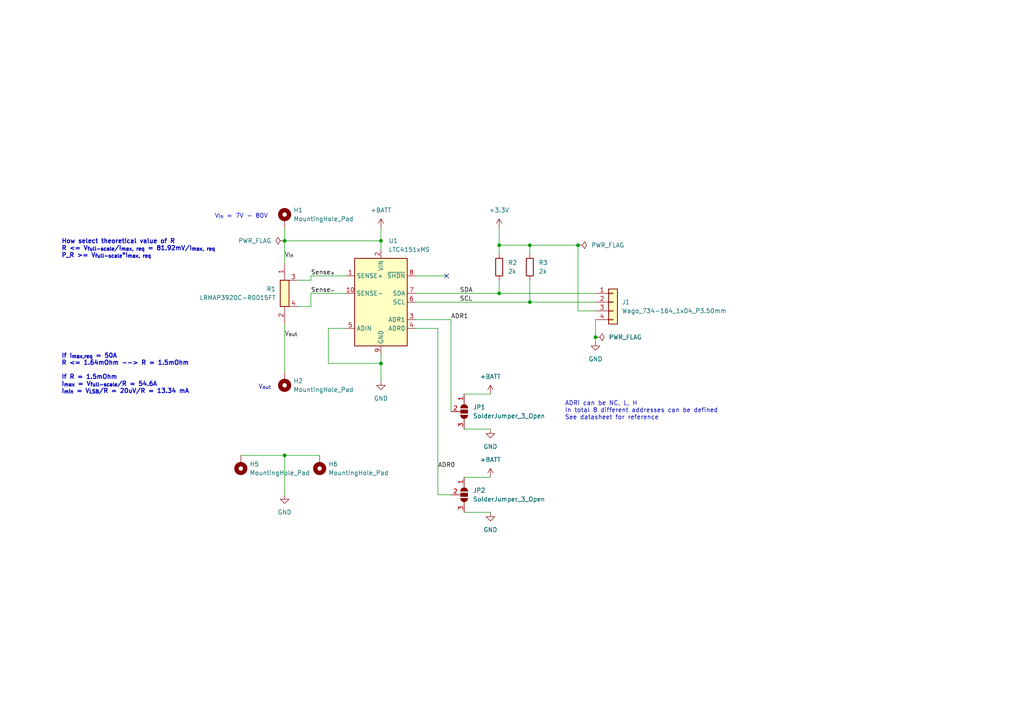
<source format=kicad_sch>
(kicad_sch (version 20230121) (generator eeschema)
  (paper "A4")
  (lib_symbols
    (symbol "Connector_Generic:Conn_01x04" (pin_names (offset 1.016) hide)
      (property "Reference" "J" (at 0 5.08 0))
      (property "Value" "Conn_01x04" (at 0 -7.62 0))
      (symbol "Conn_01x04_1_1"
        (rectangle (start -1.27 -4.953) (end 0 -5.207) (stroke (width 0.1524)))
        (rectangle (start -1.27 -2.413) (end 0 -2.667) (stroke (width 0.1524)))
        (rectangle (start -1.27 0.127) (end 0 -0.127) (stroke (width 0.1524)))
        (rectangle (start -1.27 2.667) (end 0 2.413) (stroke (width 0.1524)))
        (rectangle (start -1.27 3.81) (end 1.27 -6.35) (stroke (width 0.254)) (fill (type background)))
        (pin passive line (at -5.08 2.54 0) (length 3.81) (name "Pin_1") (number "1"))
        (pin passive line (at -5.08 0 0) (length 3.81) (name "Pin_2") (number "2"))
        (pin passive line (at -5.08 -2.54 0) (length 3.81) (name "Pin_3") (number "3"))
        (pin passive line (at -5.08 -5.08 0) (length 3.81) (name "Pin_4") (number "4"))
      )
    )
    (symbol "Device:R" (pin_numbers hide) (pin_names (offset 0))
      (property "Reference" "R" (at 2.032 0 90))
      (property "Value" "R" (at 0 0 90))
      (symbol "R_0_1"
        (rectangle (start -1.016 -2.54) (end 1.016 2.54) (stroke (width 0.254)))
      )
      (symbol "R_1_1"
        (pin passive line (at 0 3.81 270) (length 1.27) (name "~") (number "1"))
        (pin passive line (at 0 -3.81 90) (length 1.27) (name "~") (number "2"))
      )
    )
    (symbol "Jumper:SolderJumper_3_Open" (pin_names (offset 0) hide)
      (property "Reference" "JP" (at -2.54 -2.54 0))
      (property "Value" "SolderJumper_3_Open" (at 0 2.794 0))
      (symbol "SolderJumper_3_Open_0_1"
        (arc (start -1.016 1.016) (mid -2.0276 0) (end -1.016 -1.016))
        (arc (start -1.016 1.016) (mid -2.0276 0) (end -1.016 -1.016) (fill (type outline)))
        (rectangle (start -0.508 1.016) (end 0.508 -1.016) (fill (type outline)))
        (polyline (pts (xy -2.54 0) (xy -2.032 0)))
        (polyline (pts (xy -1.016 1.016) (xy -1.016 -1.016)))
        (polyline (pts (xy 0 -1.27) (xy 0 -1.016)))
        (polyline (pts (xy 1.016 1.016) (xy 1.016 -1.016)))
        (polyline (pts (xy 2.54 0) (xy 2.032 0)))
        (arc (start 1.016 -1.016) (mid 2.0276 0) (end 1.016 1.016))
        (arc (start 1.016 -1.016) (mid 2.0276 0) (end 1.016 1.016) (fill (type outline)))
      )
      (symbol "SolderJumper_3_Open_1_1"
        (pin passive line (at -5.08 0 0) (length 2.54) (name "A") (number "1"))
        (pin passive line (at 0 -3.81 90) (length 2.54) (name "C") (number "2"))
        (pin passive line (at 5.08 0 180) (length 2.54) (name "B") (number "3"))
      )
    )
    (symbol "Mechanical:MountingHole_Pad" (pin_numbers hide) (pin_names (offset 1.016) hide)
      (property "Reference" "H" (at 0 6.35 0))
      (property "Value" "MountingHole_Pad" (at 0 4.445 0))
      (symbol "MountingHole_Pad_0_1"
        (circle (center 0 1.27) (radius 1.27) (stroke (width 1.27)))
      )
      (symbol "MountingHole_Pad_1_1"
        (pin input line (at 0 -2.54 90) (length 2.54) (name "1") (number "1"))
      )
    )
    (symbol "SamacSys_Parts:LRMAP3920C-R0015FT" (pin_names hide)
      (property "Reference" "R" (at 13.97 6.35 0))
      (property "Value" "LRMAP3920C-R0015FT" (at 13.97 3.81 0))
      (symbol "LRMAP3920C-R0015FT_1_1"
        (rectangle (start 5.08 1.27) (end 12.7 -1.27) (stroke (width 0.254)) (fill (type background)))
        (pin passive line (at 0 0 0) (length 5.08) (name "1") (number "1"))
        (pin passive line (at 17.78 0 180) (length 5.08) (name "2") (number "2"))
        (pin passive line (at 5.08 3.81 270) (length 2.54) (name "SENSE+") (number "3"))
        (pin passive line (at 12.7 3.81 270) (length 2.54) (name "SENSE-") (number "4"))
      )
    )
    (symbol "Sensor_Energy:LTC4151xMS"
      (property "Reference" "U" (at -6.35 13.97 0))
      (property "Value" "LTC4151xMS" (at 7.62 13.97 0))
      (symbol "LTC4151xMS_0_1"
        (rectangle (start -7.62 12.7) (end 7.62 -12.7) (stroke (width 0.254)) (fill (type background)))
      )
      (symbol "LTC4151xMS_1_1"
        (pin input line (at -10.16 7.62 0) (length 2.54) (name "SENSE+") (number "1"))
        (pin input line (at -10.16 2.54 0) (length 2.54) (name "SENSE-") (number "10"))
        (pin power_in line (at 0 15.24 270) (length 2.54) (name "VIN") (number "2"))
        (pin input line (at 10.16 -5.08 180) (length 2.54) (name "ADR1") (number "3"))
        (pin input line (at 10.16 -7.62 180) (length 2.54) (name "ADR0") (number "4"))
        (pin input line (at -10.16 -7.62 0) (length 2.54) (name "ADIN") (number "5"))
        (pin input line (at 10.16 0 180) (length 2.54) (name "SCL") (number "6"))
        (pin bidirectional line (at 10.16 2.54 180) (length 2.54) (name "SDA") (number "7"))
        (pin input line (at 10.16 7.62 180) (length 2.54) (name "~{SHDN}") (number "8"))
        (pin power_in line (at 0 -15.24 90) (length 2.54) (name "GND") (number "9"))
      )
    )
    (symbol "power:+3.3V" (power) (pin_names (offset 0))
      (property "Value" "+3.3V" (at 0 3.556 0))
      (symbol "+3.3V_0_1"
        (polyline (pts (xy -0.762 1.27) (xy 0 2.54)))
        (polyline (pts (xy 0 0) (xy 0 2.54)))
        (polyline (pts (xy 0 2.54) (xy 0.762 1.27)))
      )
      (symbol "+3.3V_1_1"
        (pin power_in line (at 0 0 90) (length 0) hide (name "+3.3V") (number "1"))
      )
    )
    (symbol "power:+BATT" (power) (pin_names (offset 0))
      (property "Value" "+BATT" (at 0 3.556 0))
      (symbol "+BATT_0_1"
        (polyline (pts (xy -0.762 1.27) (xy 0 2.54)))
        (polyline (pts (xy 0 0) (xy 0 2.54)))
        (polyline (pts (xy 0 2.54) (xy 0.762 1.27)))
      )
      (symbol "+BATT_1_1"
        (pin power_in line (at 0 0 90) (length 0) hide (name "+BATT") (number "1"))
      )
    )
    (symbol "power:GND" (power) (pin_names (offset 0))
      (property "Value" "GND" (at 0 -3.81 0))
      (symbol "GND_0_1"
        (polyline (pts (xy 0 0) (xy 0 -1.27) (xy 1.27 -1.27) (xy 0 -2.54) (xy -1.27 -1.27) (xy 0 -1.27)))
      )
      (symbol "GND_1_1"
        (pin power_in line (at 0 0 270) (length 0) hide (name "GND") (number "1"))
      )
    )
    (symbol "power:PWR_FLAG" (power) (pin_numbers hide) (pin_names (offset 0) hide)
      (property "Value" "PWR_FLAG" (at 0 3.81 0))
      (symbol "PWR_FLAG_0_0"
        (pin power_out line (at 0 0 90) (length 0) (name "pwr") (number "1"))
      )
      (symbol "PWR_FLAG_0_1"
        (polyline (pts (xy 0 0) (xy 0 1.27) (xy -1.016 1.905) (xy 0 2.54) (xy 1.016 1.905) (xy 0 1.27)))
      )
    )
  )
  (junction (at 110.49 105.41))
  (junction (at 153.67 87.63))
  (junction (at 82.55 132.08))
  (junction (at 144.78 71.12))
  (junction (at 144.78 85.09))
  (junction (at 153.67 71.12))
  (junction (at 110.49 69.85))
  (junction (at 172.72 97.79))
  (junction (at 82.55 69.85))
  (junction (at 167.64 71.12))
  (no_connect (at 129.54 80.01))
  (wire (pts (xy 144.78 85.09) (xy 172.72 85.09)))
  (wire (pts (xy 130.81 92.71) (xy 120.65 92.71)))
  (wire (pts (xy 130.81 143.51) (xy 127 143.51)))
  (wire (pts (xy 110.49 102.87) (xy 110.49 105.41)))
  (wire (pts (xy 127 143.51) (xy 127 95.25)))
  (wire (pts (xy 134.62 148.59) (xy 142.24 148.59)))
  (wire (pts (xy 82.55 69.85) (xy 82.55 76.2)))
  (wire (pts (xy 144.78 66.04) (xy 144.78 71.12)))
  (wire (pts (xy 134.62 114.3) (xy 142.24 114.3)))
  (wire (pts (xy 86.36 81.28) (xy 90.17 81.28)))
  (wire (pts (xy 153.67 87.63) (xy 153.67 81.28)))
  (wire (pts (xy 90.17 81.28) (xy 90.17 80.01)))
  (wire (pts (xy 120.65 80.01) (xy 129.54 80.01)))
  (wire (pts (xy 127 95.25) (xy 120.65 95.25)))
  (wire (pts (xy 130.81 119.38) (xy 130.81 92.71)))
  (wire (pts (xy 86.36 88.9) (xy 90.17 88.9)))
  (wire (pts (xy 82.55 69.85) (xy 110.49 69.85)))
  (wire (pts (xy 153.67 87.63) (xy 172.72 87.63)))
  (wire (pts (xy 120.65 85.09) (xy 144.78 85.09)))
  (wire (pts (xy 82.55 132.08) (xy 82.55 143.51)))
  (wire (pts (xy 110.49 66.04) (xy 110.49 69.85)))
  (wire (pts (xy 110.49 69.85) (xy 110.49 72.39)))
  (wire (pts (xy 172.72 97.79) (xy 172.72 99.06)))
  (wire (pts (xy 90.17 85.09) (xy 100.33 85.09)))
  (wire (pts (xy 82.55 93.98) (xy 82.55 107.95)))
  (wire (pts (xy 95.25 95.25) (xy 95.25 105.41)))
  (wire (pts (xy 90.17 88.9) (xy 90.17 85.09)))
  (wire (pts (xy 172.72 92.71) (xy 172.72 97.79)))
  (wire (pts (xy 153.67 71.12) (xy 167.64 71.12)))
  (wire (pts (xy 82.55 132.08) (xy 92.71 132.08)))
  (wire (pts (xy 144.78 71.12) (xy 144.78 73.66)))
  (wire (pts (xy 144.78 71.12) (xy 153.67 71.12)))
  (wire (pts (xy 90.17 80.01) (xy 100.33 80.01)))
  (wire (pts (xy 167.64 90.17) (xy 167.64 71.12)))
  (wire (pts (xy 153.67 71.12) (xy 153.67 73.66)))
  (wire (pts (xy 134.62 138.43) (xy 142.24 138.43)))
  (wire (pts (xy 120.65 87.63) (xy 153.67 87.63)))
  (wire (pts (xy 110.49 105.41) (xy 110.49 110.49)))
  (wire (pts (xy 82.55 66.04) (xy 82.55 69.85)))
  (wire (pts (xy 134.62 124.46) (xy 142.24 124.46)))
  (wire (pts (xy 172.72 90.17) (xy 167.64 90.17)))
  (wire (pts (xy 95.25 105.41) (xy 110.49 105.41)))
  (wire (pts (xy 69.85 132.08) (xy 82.55 132.08)))
  (wire (pts (xy 95.25 95.25) (xy 100.33 95.25)))
  (wire (pts (xy 144.78 85.09) (xy 144.78 81.28)))
  (text "V_{out}" (at 74.93 113.03 0) (effects (font (size 1.27 1.27)) (justify left bottom)))
  (text "ADRi can be NC, L, H\nIn total 8 different addresses can be defined\nSee datasheet for reference" (at 163.83 121.92 0) (effects (font (size 1.27 1.27)) (justify left bottom)))
  (text "If I_{max,req} = 50A\nR <= 1.64mOhm --> R = 1.5mOhm\n\nIf R = 1.5mOhm\nI_{max} = V_{full-scale}/R = 54.6A\nI_{min} = V_{LSB}/R = 20uV/R = 13.34 mA" (at 17.78 114.3 0) (effects (font (size 1.27 1.27) (thickness 0.254) bold) (justify left bottom)))
  (text "V_{in} = 7V - 80V" (at 62.23 63.5 0) (effects (font (size 1.27 1.27)) (justify left bottom)))
  (text "How select theoretical value of R\nR <= V_{full-scale}/I_{max, req} = 81.92mV/I_{max, req}\nP_R >= V_{full-scale}*I_{max, req}" (at 17.78 74.93 0) (effects (font (size 1.27 1.27) (thickness 0.254) bold) (justify left bottom)))
  (label "Sense_{+}" (at 90.17 80.01 0))
  (label "V_{in}" (at 82.55 74.93 0))
  (label "Sense_{-}" (at 90.17 85.09 0))
  (label "SDA" (at 133.35 85.09 0))
  (label "V_{out}" (at 82.55 97.79 0))
  (label "ADR1" (at 130.81 92.71 0))
  (label "ADR0" (at 127 135.89 0))
  (label "SCL" (at 133.35 87.63 0))
  (symbol (lib_id "Jumper:SolderJumper_3_Open") (at 134.62 119.38 270) (unit 1)
    (property "Reference" "JP1" (at 137.16 118.11 90) (effects (justify left)))
    (property "Value" "SolderJumper_3_Open" (at 137.16 120.65 90) (effects (justify left)))
    (property "Footprint" "Jumper:SolderJumper-3_P2.0mm_Open_TrianglePad1.0x1.5mm_NumberLabels" (effects hide))
  )
  (symbol (lib_id "Sensor_Energy:LTC4151xMS") (at 110.49 87.63 0) (unit 1)
    (property "Reference" "U1" (at 112.6841 69.85 0) (effects (justify left)))
    (property "Value" "LTC4151xMS" (at 112.6841 72.39 0) (effects (justify left)))
    (property "Footprint" "Package_SO:MSOP-10_3x3mm_P0.5mm" (effects hide))
    (property "Datasheet" "https://www.analog.com/media/en/technical-documentation/data-sheets/4151ff.pdf" (effects hide))
  )
  (symbol (lib_id "Device:R") (at 153.67 77.47 0) (unit 1)
    (property "Reference" "R3" (at 156.21 76.2 0) (effects (justify left)))
    (property "Value" "2k" (at 156.21 78.74 0) (effects (justify left)))
    (property "Footprint" "Resistor_SMD:R_0805_2012Metric_Pad1.20x1.40mm_HandSolder" (effects hide))
  )
  (symbol (lib_id "power:GND") (at 142.24 124.46 0) (unit 1)
    (property "Reference" "#PWR05" (effects hide))
    (property "Value" "GND" (at 142.24 129.54 0))
  )
  (symbol (lib_id "SamacSys_Parts:LRMAP3920C-R0015FT") (at 82.55 76.2 270) (unit 1)
    (property "Reference" "R1" (at 80.01 83.82 90) (effects (justify right)))
    (property "Value" "LRMAP3920C-R0015FT" (at 80.01 86.36 90) (effects (justify right)))
    (property "Footprint" "SamacSys_Parts:RESC10052X90N" (effects hide))
    (property "Datasheet" "https://componentsearchengine.com/Datasheets/1/LRMAP3920C-R0015FT.pdf" (effects hide))
    (property "Height" "0.9" (effects hide))
    (property "Manufacturer_Name" "IRC / TT Electronics" (effects hide))
    (property "Manufacturer_Part_Number" "LRMAP3920C-R0015FT" (effects hide))
    (property "Mouser Part Number" "66-LRMAP3920C-R015FT" (effects hide))
    (property "Mouser Price/Stock" "https://www.mouser.co.uk/ProductDetail/IRC-TT-Electronics/LRMAP3920C-R0015FT?qs=VymPLiRQZIRC%252BE16tAgayQ%3D%3D" (effects hide))
    (property "Arrow Part Number" "LRMAP3920C-R0015FT" (effects hide))
    (property "Arrow Price/Stock" "https://www.arrow.com/en/products/lrmap3920c-r0015ft/irc" (effects hide))
  )
  (symbol (lib_id "Device:R") (at 144.78 77.47 0) (unit 1)
    (property "Reference" "R2" (at 147.32 76.2 0) (effects (justify left)))
    (property "Value" "2k" (at 147.32 78.74 0) (effects (justify left)))
    (property "Footprint" "Resistor_SMD:R_0805_2012Metric_Pad1.20x1.40mm_HandSolder" (effects hide))
  )
  (symbol (lib_id "Mechanical:MountingHole_Pad") (at 82.55 63.5 0) (unit 1)
    (property "Reference" "H1" (at 85.09 60.96 0) (effects (justify left)))
    (property "Value" "MountingHole_Pad" (at 85.09 63.5 0) (effects (justify left)))
    (property "Footprint" "MountingHole:MountingHole_3.2mm_M3_Pad_Via" (effects hide))
  )
  (symbol (lib_id "Mechanical:MountingHole_Pad") (at 82.55 110.49 180) (unit 1)
    (property "Reference" "H2" (at 85.09 110.49 0) (effects (justify right)))
    (property "Value" "MountingHole_Pad" (at 85.09 113.03 0) (effects (justify right)))
    (property "Footprint" "MountingHole:MountingHole_3.2mm_M3_Pad_Via" (effects hide))
  )
  (symbol (lib_id "power:GND") (at 82.55 143.51 0) (unit 1)
    (property "Reference" "#PWR09" (effects hide))
    (property "Value" "GND" (at 82.55 148.59 0))
  )
  (symbol (lib_id "power:GND") (at 142.24 148.59 0) (unit 1)
    (property "Reference" "#PWR06" (effects hide))
    (property "Value" "GND" (at 142.24 153.67 0))
  )
  (symbol (lib_id "power:PWR_FLAG") (at 172.72 97.79 270) (unit 1)
    (property "Reference" "#FLG03" (effects hide))
    (property "Value" "PWR_FLAG" (at 176.53 97.79 90) (effects (justify left)))
  )
  (symbol (lib_id "power:+BATT") (at 110.49 66.04 0) (unit 1)
    (property "Reference" "#PWR03" (effects hide))
    (property "Value" "+BATT" (at 110.49 60.96 0))
  )
  (symbol (lib_id "Jumper:SolderJumper_3_Open") (at 134.62 143.51 270) (unit 1)
    (property "Reference" "JP2" (at 137.16 142.24 90) (effects (justify left)))
    (property "Value" "SolderJumper_3_Open" (at 137.16 144.78 90) (effects (justify left)))
    (property "Footprint" "Jumper:SolderJumper-3_P2.0mm_Open_TrianglePad1.0x1.5mm_NumberLabels" (effects hide))
  )
  (symbol (lib_id "power:GND") (at 110.49 110.49 0) (unit 1)
    (property "Reference" "#PWR01" (effects hide))
    (property "Value" "GND" (at 110.49 115.57 0))
  )
  (symbol (lib_id "power:PWR_FLAG") (at 82.55 69.85 90) (unit 1)
    (property "Reference" "#FLG01" (effects hide))
    (property "Value" "PWR_FLAG" (at 78.74 69.85 90) (effects (justify left)))
  )
  (symbol (lib_id "power:+BATT") (at 142.24 138.43 0) (unit 1)
    (property "Reference" "#PWR08" (effects hide))
    (property "Value" "+BATT" (at 142.24 133.35 0))
  )
  (symbol (lib_id "power:+BATT") (at 142.24 114.3 0) (unit 1)
    (property "Reference" "#PWR07" (effects hide))
    (property "Value" "+BATT" (at 142.24 109.22 0))
  )
  (symbol (lib_id "Connector_Generic:Conn_01x04") (at 177.8 87.63 0) (unit 1)
    (property "Reference" "J1" (at 180.34 87.63 0) (effects (justify left)))
    (property "Value" "Wago_734-164_1x04_P3.50mm" (at 180.34 90.17 0) (effects (justify left)))
    (property "Footprint" "Connector_Wago:Wago_734-164_1x04_P3.50mm_Horizontal" (effects hide))
  )
  (symbol (lib_id "power:PWR_FLAG") (at 167.64 71.12 270) (unit 1)
    (property "Reference" "#FLG02" (effects hide))
    (property "Value" "PWR_FLAG" (at 171.45 71.12 90) (effects (justify left)))
  )
  (symbol (lib_id "Mechanical:MountingHole_Pad") (at 92.71 134.62 180) (unit 1)
    (property "Reference" "H6" (at 95.25 134.62 0) (effects (justify right)))
    (property "Value" "MountingHole_Pad" (at 95.25 137.16 0) (effects (justify right)))
    (property "Footprint" "MountingHole:MountingHole_3.2mm_M3_Pad_Via" (effects hide))
  )
  (symbol (lib_id "Mechanical:MountingHole_Pad") (at 69.85 134.62 180) (unit 1)
    (property "Reference" "H5" (at 72.39 134.62 0) (effects (justify right)))
    (property "Value" "MountingHole_Pad" (at 72.39 137.16 0) (effects (justify right)))
    (property "Footprint" "MountingHole:MountingHole_3.2mm_M3_Pad_Via" (effects hide))
  )
  (symbol (lib_id "power:+3.3V") (at 144.78 66.04 0) (unit 1)
    (property "Reference" "#PWR02" (effects hide))
    (property "Value" "+3.3V" (at 144.78 60.96 0))
  )
  (symbol (lib_id "power:GND") (at 172.72 99.06 0) (unit 1)
    (property "Reference" "#PWR04" (effects hide))
    (property "Value" "GND" (at 172.72 104.14 0))
  )
)
</source>
